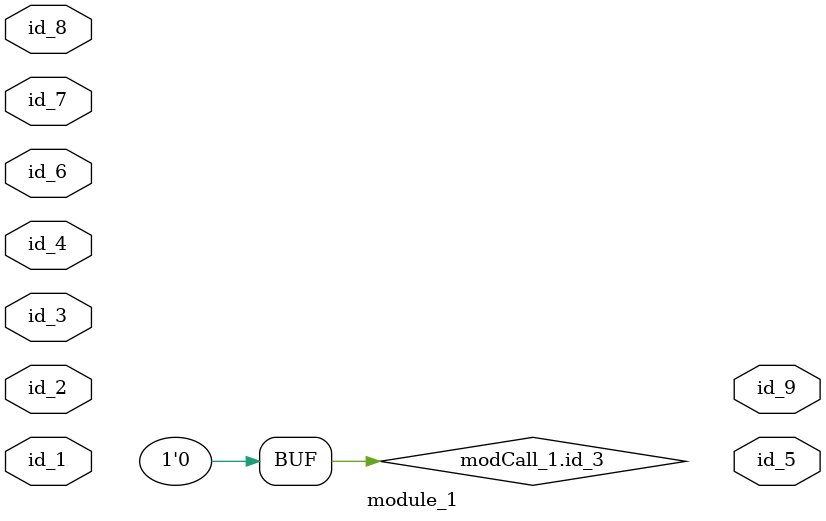
<source format=v>
module module_0;
  assign id_1 = 1;
  wire id_2;
  wand id_3;
  assign id_3 = 1 - id_3;
  wire id_4;
  wire id_5;
endmodule
module module_1 (
    id_1,
    id_2,
    id_3,
    id_4,
    id_5,
    id_6,
    id_7,
    id_8,
    id_9
);
  output wire id_9;
  inout wire id_8;
  input wire id_7;
  inout wire id_6;
  output wire id_5;
  inout wire id_4;
  input wire id_3;
  input wire id_2;
  inout wire id_1;
  wire id_10;
  module_0 modCall_1 ();
  assign modCall_1.id_3 = 0;
endmodule

</source>
